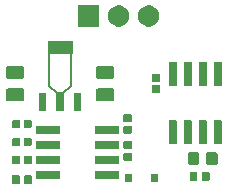
<source format=gbr>
G04 #@! TF.GenerationSoftware,KiCad,Pcbnew,(5.1.5)-3*
G04 #@! TF.CreationDate,2021-01-13T22:22:19-08:00*
G04 #@! TF.ProjectId,MoistureSensor,4d6f6973-7475-4726-9553-656e736f722e,rev?*
G04 #@! TF.SameCoordinates,Original*
G04 #@! TF.FileFunction,Soldermask,Top*
G04 #@! TF.FilePolarity,Negative*
%FSLAX46Y46*%
G04 Gerber Fmt 4.6, Leading zero omitted, Abs format (unit mm)*
G04 Created by KiCad (PCBNEW (5.1.5)-3) date 2021-01-13 22:22:19*
%MOMM*%
%LPD*%
G04 APERTURE LIST*
%ADD10C,0.152400*%
%ADD11C,0.100000*%
G04 APERTURE END LIST*
D10*
X135356600Y-68148200D02*
X135356600Y-68148200D01*
X135356600Y-68148200D02*
X134721600Y-67513200D01*
X134721600Y-67513200D02*
X134721600Y-63931800D01*
X134721600Y-63931800D02*
X136550400Y-63931800D01*
X136550400Y-63931800D02*
X136550400Y-67513200D01*
X136550400Y-67513200D02*
X135915400Y-68148200D01*
X135915400Y-68148200D02*
X135915400Y-68148200D01*
X135915400Y-68148200D02*
X135356600Y-68148200D01*
D11*
G36*
X133149497Y-75069476D02*
G01*
X133167774Y-75075020D01*
X133184608Y-75084018D01*
X133199368Y-75096132D01*
X133211482Y-75110892D01*
X133220480Y-75127726D01*
X133226024Y-75146003D01*
X133228500Y-75171140D01*
X133228500Y-75704860D01*
X133226024Y-75729997D01*
X133220480Y-75748274D01*
X133211482Y-75765108D01*
X133199368Y-75779868D01*
X133184608Y-75791982D01*
X133167774Y-75800980D01*
X133149497Y-75806524D01*
X133124360Y-75809000D01*
X132690640Y-75809000D01*
X132665503Y-75806524D01*
X132647226Y-75800980D01*
X132630392Y-75791982D01*
X132615632Y-75779868D01*
X132603518Y-75765108D01*
X132594520Y-75748274D01*
X132588976Y-75729997D01*
X132586500Y-75704860D01*
X132586500Y-75171140D01*
X132588976Y-75146003D01*
X132594520Y-75127726D01*
X132603518Y-75110892D01*
X132615632Y-75096132D01*
X132630392Y-75084018D01*
X132647226Y-75075020D01*
X132665503Y-75069476D01*
X132690640Y-75067000D01*
X133124360Y-75067000D01*
X133149497Y-75069476D01*
G37*
G36*
X132129497Y-75069476D02*
G01*
X132147774Y-75075020D01*
X132164608Y-75084018D01*
X132179368Y-75096132D01*
X132191482Y-75110892D01*
X132200480Y-75127726D01*
X132206024Y-75146003D01*
X132208500Y-75171140D01*
X132208500Y-75704860D01*
X132206024Y-75729997D01*
X132200480Y-75748274D01*
X132191482Y-75765108D01*
X132179368Y-75779868D01*
X132164608Y-75791982D01*
X132147774Y-75800980D01*
X132129497Y-75806524D01*
X132104360Y-75809000D01*
X131670640Y-75809000D01*
X131645503Y-75806524D01*
X131627226Y-75800980D01*
X131610392Y-75791982D01*
X131595632Y-75779868D01*
X131583518Y-75765108D01*
X131574520Y-75748274D01*
X131568976Y-75729997D01*
X131566500Y-75704860D01*
X131566500Y-75171140D01*
X131568976Y-75146003D01*
X131574520Y-75127726D01*
X131583518Y-75110892D01*
X131595632Y-75096132D01*
X131610392Y-75084018D01*
X131627226Y-75075020D01*
X131645503Y-75069476D01*
X131670640Y-75067000D01*
X132104360Y-75067000D01*
X132129497Y-75069476D01*
G37*
G36*
X143895000Y-75612000D02*
G01*
X143293000Y-75612000D01*
X143293000Y-75010000D01*
X143895000Y-75010000D01*
X143895000Y-75612000D01*
G37*
G36*
X141695000Y-75612000D02*
G01*
X141093000Y-75612000D01*
X141093000Y-75010000D01*
X141695000Y-75010000D01*
X141695000Y-75612000D01*
G37*
G36*
X148198997Y-74815476D02*
G01*
X148217274Y-74821020D01*
X148234108Y-74830018D01*
X148248868Y-74842132D01*
X148260982Y-74856892D01*
X148269980Y-74873726D01*
X148275524Y-74892003D01*
X148278000Y-74917140D01*
X148278000Y-75450860D01*
X148275524Y-75475997D01*
X148269980Y-75494274D01*
X148260982Y-75511108D01*
X148248868Y-75525868D01*
X148234108Y-75537982D01*
X148217274Y-75546980D01*
X148198997Y-75552524D01*
X148173860Y-75555000D01*
X147740140Y-75555000D01*
X147715003Y-75552524D01*
X147696726Y-75546980D01*
X147679892Y-75537982D01*
X147665132Y-75525868D01*
X147653018Y-75511108D01*
X147644020Y-75494274D01*
X147638476Y-75475997D01*
X147636000Y-75450860D01*
X147636000Y-74917140D01*
X147638476Y-74892003D01*
X147644020Y-74873726D01*
X147653018Y-74856892D01*
X147665132Y-74842132D01*
X147679892Y-74830018D01*
X147696726Y-74821020D01*
X147715003Y-74815476D01*
X147740140Y-74813000D01*
X148173860Y-74813000D01*
X148198997Y-74815476D01*
G37*
G36*
X147178997Y-74815476D02*
G01*
X147197274Y-74821020D01*
X147214108Y-74830018D01*
X147228868Y-74842132D01*
X147240982Y-74856892D01*
X147249980Y-74873726D01*
X147255524Y-74892003D01*
X147258000Y-74917140D01*
X147258000Y-75450860D01*
X147255524Y-75475997D01*
X147249980Y-75494274D01*
X147240982Y-75511108D01*
X147228868Y-75525868D01*
X147214108Y-75537982D01*
X147197274Y-75546980D01*
X147178997Y-75552524D01*
X147153860Y-75555000D01*
X146720140Y-75555000D01*
X146695003Y-75552524D01*
X146676726Y-75546980D01*
X146659892Y-75537982D01*
X146645132Y-75525868D01*
X146633018Y-75511108D01*
X146624020Y-75494274D01*
X146618476Y-75475997D01*
X146616000Y-75450860D01*
X146616000Y-74917140D01*
X146618476Y-74892003D01*
X146624020Y-74873726D01*
X146633018Y-74856892D01*
X146645132Y-74842132D01*
X146659892Y-74830018D01*
X146676726Y-74821020D01*
X146695003Y-74815476D01*
X146720140Y-74813000D01*
X147153860Y-74813000D01*
X147178997Y-74815476D01*
G37*
G36*
X135556428Y-74708764D02*
G01*
X135577509Y-74715160D01*
X135596945Y-74725548D01*
X135613976Y-74739524D01*
X135627952Y-74756555D01*
X135638340Y-74775991D01*
X135644736Y-74797072D01*
X135647500Y-74825140D01*
X135647500Y-75288860D01*
X135644736Y-75316928D01*
X135638340Y-75338009D01*
X135627952Y-75357445D01*
X135613976Y-75374476D01*
X135596945Y-75388452D01*
X135577509Y-75398840D01*
X135556428Y-75405236D01*
X135528360Y-75408000D01*
X133714640Y-75408000D01*
X133686572Y-75405236D01*
X133665491Y-75398840D01*
X133646055Y-75388452D01*
X133629024Y-75374476D01*
X133615048Y-75357445D01*
X133604660Y-75338009D01*
X133598264Y-75316928D01*
X133595500Y-75288860D01*
X133595500Y-74825140D01*
X133598264Y-74797072D01*
X133604660Y-74775991D01*
X133615048Y-74756555D01*
X133629024Y-74739524D01*
X133646055Y-74725548D01*
X133665491Y-74715160D01*
X133686572Y-74708764D01*
X133714640Y-74706000D01*
X135528360Y-74706000D01*
X135556428Y-74708764D01*
G37*
G36*
X140506428Y-74708764D02*
G01*
X140527509Y-74715160D01*
X140546945Y-74725548D01*
X140563976Y-74739524D01*
X140577952Y-74756555D01*
X140588340Y-74775991D01*
X140594736Y-74797072D01*
X140597500Y-74825140D01*
X140597500Y-75288860D01*
X140594736Y-75316928D01*
X140588340Y-75338009D01*
X140577952Y-75357445D01*
X140563976Y-75374476D01*
X140546945Y-75388452D01*
X140527509Y-75398840D01*
X140506428Y-75405236D01*
X140478360Y-75408000D01*
X138664640Y-75408000D01*
X138636572Y-75405236D01*
X138615491Y-75398840D01*
X138596055Y-75388452D01*
X138579024Y-75374476D01*
X138565048Y-75357445D01*
X138554660Y-75338009D01*
X138548264Y-75316928D01*
X138545500Y-75288860D01*
X138545500Y-74825140D01*
X138548264Y-74797072D01*
X138554660Y-74775991D01*
X138565048Y-74756555D01*
X138579024Y-74739524D01*
X138596055Y-74725548D01*
X138615491Y-74715160D01*
X138636572Y-74708764D01*
X138664640Y-74706000D01*
X140478360Y-74706000D01*
X140506428Y-74708764D01*
G37*
G36*
X148825560Y-73138205D02*
G01*
X148860713Y-73148869D01*
X148893110Y-73166186D01*
X148921509Y-73189491D01*
X148944814Y-73217890D01*
X148962131Y-73250287D01*
X148972795Y-73285440D01*
X148977000Y-73328140D01*
X148977000Y-73991860D01*
X148972795Y-74034560D01*
X148962131Y-74069713D01*
X148944814Y-74102110D01*
X148921509Y-74130509D01*
X148893110Y-74153814D01*
X148860713Y-74171131D01*
X148825560Y-74181795D01*
X148782860Y-74186000D01*
X148169140Y-74186000D01*
X148126440Y-74181795D01*
X148091287Y-74171131D01*
X148058890Y-74153814D01*
X148030491Y-74130509D01*
X148007186Y-74102110D01*
X147989869Y-74069713D01*
X147979205Y-74034560D01*
X147975000Y-73991860D01*
X147975000Y-73328140D01*
X147979205Y-73285440D01*
X147989869Y-73250287D01*
X148007186Y-73217890D01*
X148030491Y-73189491D01*
X148058890Y-73166186D01*
X148091287Y-73148869D01*
X148126440Y-73138205D01*
X148169140Y-73134000D01*
X148782860Y-73134000D01*
X148825560Y-73138205D01*
G37*
G36*
X147275560Y-73138205D02*
G01*
X147310713Y-73148869D01*
X147343110Y-73166186D01*
X147371509Y-73189491D01*
X147394814Y-73217890D01*
X147412131Y-73250287D01*
X147422795Y-73285440D01*
X147427000Y-73328140D01*
X147427000Y-73991860D01*
X147422795Y-74034560D01*
X147412131Y-74069713D01*
X147394814Y-74102110D01*
X147371509Y-74130509D01*
X147343110Y-74153814D01*
X147310713Y-74171131D01*
X147275560Y-74181795D01*
X147232860Y-74186000D01*
X146619140Y-74186000D01*
X146576440Y-74181795D01*
X146541287Y-74171131D01*
X146508890Y-74153814D01*
X146480491Y-74130509D01*
X146457186Y-74102110D01*
X146439869Y-74069713D01*
X146429205Y-74034560D01*
X146425000Y-73991860D01*
X146425000Y-73328140D01*
X146429205Y-73285440D01*
X146439869Y-73250287D01*
X146457186Y-73217890D01*
X146480491Y-73189491D01*
X146508890Y-73166186D01*
X146541287Y-73148869D01*
X146576440Y-73138205D01*
X146619140Y-73134000D01*
X147232860Y-73134000D01*
X147275560Y-73138205D01*
G37*
G36*
X133149497Y-73418476D02*
G01*
X133167774Y-73424020D01*
X133184608Y-73433018D01*
X133199368Y-73445132D01*
X133211482Y-73459892D01*
X133220480Y-73476726D01*
X133226024Y-73495003D01*
X133228500Y-73520140D01*
X133228500Y-74053860D01*
X133226024Y-74078997D01*
X133220480Y-74097274D01*
X133211482Y-74114108D01*
X133199368Y-74128868D01*
X133184608Y-74140982D01*
X133167774Y-74149980D01*
X133149497Y-74155524D01*
X133124360Y-74158000D01*
X132690640Y-74158000D01*
X132665503Y-74155524D01*
X132647226Y-74149980D01*
X132630392Y-74140982D01*
X132615632Y-74128868D01*
X132603518Y-74114108D01*
X132594520Y-74097274D01*
X132588976Y-74078997D01*
X132586500Y-74053860D01*
X132586500Y-73520140D01*
X132588976Y-73495003D01*
X132594520Y-73476726D01*
X132603518Y-73459892D01*
X132615632Y-73445132D01*
X132630392Y-73433018D01*
X132647226Y-73424020D01*
X132665503Y-73418476D01*
X132690640Y-73416000D01*
X133124360Y-73416000D01*
X133149497Y-73418476D01*
G37*
G36*
X132129497Y-73418476D02*
G01*
X132147774Y-73424020D01*
X132164608Y-73433018D01*
X132179368Y-73445132D01*
X132191482Y-73459892D01*
X132200480Y-73476726D01*
X132206024Y-73495003D01*
X132208500Y-73520140D01*
X132208500Y-74053860D01*
X132206024Y-74078997D01*
X132200480Y-74097274D01*
X132191482Y-74114108D01*
X132179368Y-74128868D01*
X132164608Y-74140982D01*
X132147774Y-74149980D01*
X132129497Y-74155524D01*
X132104360Y-74158000D01*
X131670640Y-74158000D01*
X131645503Y-74155524D01*
X131627226Y-74149980D01*
X131610392Y-74140982D01*
X131595632Y-74128868D01*
X131583518Y-74114108D01*
X131574520Y-74097274D01*
X131568976Y-74078997D01*
X131566500Y-74053860D01*
X131566500Y-73520140D01*
X131568976Y-73495003D01*
X131574520Y-73476726D01*
X131583518Y-73459892D01*
X131595632Y-73445132D01*
X131610392Y-73433018D01*
X131627226Y-73424020D01*
X131645503Y-73418476D01*
X131670640Y-73416000D01*
X132104360Y-73416000D01*
X132129497Y-73418476D01*
G37*
G36*
X135556428Y-73438764D02*
G01*
X135577509Y-73445160D01*
X135596945Y-73455548D01*
X135613976Y-73469524D01*
X135627952Y-73486555D01*
X135638340Y-73505991D01*
X135644736Y-73527072D01*
X135647500Y-73555140D01*
X135647500Y-74018860D01*
X135644736Y-74046928D01*
X135638340Y-74068009D01*
X135627952Y-74087445D01*
X135613976Y-74104476D01*
X135596945Y-74118452D01*
X135577509Y-74128840D01*
X135556428Y-74135236D01*
X135528360Y-74138000D01*
X133714640Y-74138000D01*
X133686572Y-74135236D01*
X133665491Y-74128840D01*
X133646055Y-74118452D01*
X133629024Y-74104476D01*
X133615048Y-74087445D01*
X133604660Y-74068009D01*
X133598264Y-74046928D01*
X133595500Y-74018860D01*
X133595500Y-73555140D01*
X133598264Y-73527072D01*
X133604660Y-73505991D01*
X133615048Y-73486555D01*
X133629024Y-73469524D01*
X133646055Y-73455548D01*
X133665491Y-73445160D01*
X133686572Y-73438764D01*
X133714640Y-73436000D01*
X135528360Y-73436000D01*
X135556428Y-73438764D01*
G37*
G36*
X140506428Y-73438764D02*
G01*
X140527509Y-73445160D01*
X140546945Y-73455548D01*
X140563976Y-73469524D01*
X140577952Y-73486555D01*
X140588340Y-73505991D01*
X140594736Y-73527072D01*
X140597500Y-73555140D01*
X140597500Y-74018860D01*
X140594736Y-74046928D01*
X140588340Y-74068009D01*
X140577952Y-74087445D01*
X140563976Y-74104476D01*
X140546945Y-74118452D01*
X140527509Y-74128840D01*
X140506428Y-74135236D01*
X140478360Y-74138000D01*
X138664640Y-74138000D01*
X138636572Y-74135236D01*
X138615491Y-74128840D01*
X138596055Y-74118452D01*
X138579024Y-74104476D01*
X138565048Y-74087445D01*
X138554660Y-74068009D01*
X138548264Y-74046928D01*
X138545500Y-74018860D01*
X138545500Y-73555140D01*
X138548264Y-73527072D01*
X138554660Y-73505991D01*
X138565048Y-73486555D01*
X138579024Y-73469524D01*
X138596055Y-73455548D01*
X138615491Y-73445160D01*
X138636572Y-73438764D01*
X138664640Y-73436000D01*
X140478360Y-73436000D01*
X140506428Y-73438764D01*
G37*
G36*
X141642997Y-73216476D02*
G01*
X141661274Y-73222020D01*
X141678108Y-73231018D01*
X141692868Y-73243132D01*
X141704982Y-73257892D01*
X141713980Y-73274726D01*
X141719524Y-73293003D01*
X141722000Y-73318140D01*
X141722000Y-73751860D01*
X141719524Y-73776997D01*
X141713980Y-73795274D01*
X141704982Y-73812108D01*
X141692868Y-73826868D01*
X141678108Y-73838982D01*
X141661274Y-73847980D01*
X141642997Y-73853524D01*
X141617860Y-73856000D01*
X141084140Y-73856000D01*
X141059003Y-73853524D01*
X141040726Y-73847980D01*
X141023892Y-73838982D01*
X141009132Y-73826868D01*
X140997018Y-73812108D01*
X140988020Y-73795274D01*
X140982476Y-73776997D01*
X140980000Y-73751860D01*
X140980000Y-73318140D01*
X140982476Y-73293003D01*
X140988020Y-73274726D01*
X140997018Y-73257892D01*
X141009132Y-73243132D01*
X141023892Y-73231018D01*
X141040726Y-73222020D01*
X141059003Y-73216476D01*
X141084140Y-73214000D01*
X141617860Y-73214000D01*
X141642997Y-73216476D01*
G37*
G36*
X140506428Y-72168764D02*
G01*
X140527509Y-72175160D01*
X140546945Y-72185548D01*
X140563976Y-72199524D01*
X140577952Y-72216555D01*
X140588340Y-72235991D01*
X140594736Y-72257072D01*
X140597500Y-72285140D01*
X140597500Y-72748860D01*
X140594736Y-72776928D01*
X140588340Y-72798009D01*
X140577952Y-72817445D01*
X140563976Y-72834476D01*
X140546945Y-72848452D01*
X140527509Y-72858840D01*
X140506428Y-72865236D01*
X140478360Y-72868000D01*
X138664640Y-72868000D01*
X138636572Y-72865236D01*
X138615491Y-72858840D01*
X138596055Y-72848452D01*
X138579024Y-72834476D01*
X138565048Y-72817445D01*
X138554660Y-72798009D01*
X138548264Y-72776928D01*
X138545500Y-72748860D01*
X138545500Y-72285140D01*
X138548264Y-72257072D01*
X138554660Y-72235991D01*
X138565048Y-72216555D01*
X138579024Y-72199524D01*
X138596055Y-72185548D01*
X138615491Y-72175160D01*
X138636572Y-72168764D01*
X138664640Y-72166000D01*
X140478360Y-72166000D01*
X140506428Y-72168764D01*
G37*
G36*
X135556428Y-72168764D02*
G01*
X135577509Y-72175160D01*
X135596945Y-72185548D01*
X135613976Y-72199524D01*
X135627952Y-72216555D01*
X135638340Y-72235991D01*
X135644736Y-72257072D01*
X135647500Y-72285140D01*
X135647500Y-72748860D01*
X135644736Y-72776928D01*
X135638340Y-72798009D01*
X135627952Y-72817445D01*
X135613976Y-72834476D01*
X135596945Y-72848452D01*
X135577509Y-72858840D01*
X135556428Y-72865236D01*
X135528360Y-72868000D01*
X133714640Y-72868000D01*
X133686572Y-72865236D01*
X133665491Y-72858840D01*
X133646055Y-72848452D01*
X133629024Y-72834476D01*
X133615048Y-72817445D01*
X133604660Y-72798009D01*
X133598264Y-72776928D01*
X133595500Y-72748860D01*
X133595500Y-72285140D01*
X133598264Y-72257072D01*
X133604660Y-72235991D01*
X133615048Y-72216555D01*
X133629024Y-72199524D01*
X133646055Y-72185548D01*
X133665491Y-72175160D01*
X133686572Y-72168764D01*
X133714640Y-72166000D01*
X135528360Y-72166000D01*
X135556428Y-72168764D01*
G37*
G36*
X141642997Y-72196476D02*
G01*
X141661274Y-72202020D01*
X141678108Y-72211018D01*
X141692868Y-72223132D01*
X141704982Y-72237892D01*
X141713980Y-72254726D01*
X141719524Y-72273003D01*
X141722000Y-72298140D01*
X141722000Y-72731860D01*
X141719524Y-72756997D01*
X141713980Y-72775274D01*
X141704982Y-72792108D01*
X141692868Y-72806868D01*
X141678108Y-72818982D01*
X141661274Y-72827980D01*
X141642997Y-72833524D01*
X141617860Y-72836000D01*
X141084140Y-72836000D01*
X141059003Y-72833524D01*
X141040726Y-72827980D01*
X141023892Y-72818982D01*
X141009132Y-72806868D01*
X140997018Y-72792108D01*
X140988020Y-72775274D01*
X140982476Y-72756997D01*
X140980000Y-72731860D01*
X140980000Y-72298140D01*
X140982476Y-72273003D01*
X140988020Y-72254726D01*
X140997018Y-72237892D01*
X141009132Y-72223132D01*
X141023892Y-72211018D01*
X141040726Y-72202020D01*
X141059003Y-72196476D01*
X141084140Y-72194000D01*
X141617860Y-72194000D01*
X141642997Y-72196476D01*
G37*
G36*
X132165476Y-71904572D02*
G01*
X132184681Y-71910398D01*
X132202393Y-71919865D01*
X132217905Y-71932595D01*
X132230635Y-71948107D01*
X132240102Y-71965819D01*
X132245928Y-71985024D01*
X132248500Y-72011140D01*
X132248500Y-72514860D01*
X132245928Y-72540976D01*
X132240102Y-72560181D01*
X132230635Y-72577893D01*
X132217905Y-72593405D01*
X132202393Y-72606135D01*
X132184681Y-72615602D01*
X132165476Y-72621428D01*
X132139360Y-72624000D01*
X131695640Y-72624000D01*
X131669524Y-72621428D01*
X131650319Y-72615602D01*
X131632607Y-72606135D01*
X131617095Y-72593405D01*
X131604365Y-72577893D01*
X131594898Y-72560181D01*
X131589072Y-72540976D01*
X131586500Y-72514860D01*
X131586500Y-72011140D01*
X131589072Y-71985024D01*
X131594898Y-71965819D01*
X131604365Y-71948107D01*
X131617095Y-71932595D01*
X131632607Y-71919865D01*
X131650319Y-71910398D01*
X131669524Y-71904572D01*
X131695640Y-71902000D01*
X132139360Y-71902000D01*
X132165476Y-71904572D01*
G37*
G36*
X133125476Y-71904572D02*
G01*
X133144681Y-71910398D01*
X133162393Y-71919865D01*
X133177905Y-71932595D01*
X133190635Y-71948107D01*
X133200102Y-71965819D01*
X133205928Y-71985024D01*
X133208500Y-72011140D01*
X133208500Y-72514860D01*
X133205928Y-72540976D01*
X133200102Y-72560181D01*
X133190635Y-72577893D01*
X133177905Y-72593405D01*
X133162393Y-72606135D01*
X133144681Y-72615602D01*
X133125476Y-72621428D01*
X133099360Y-72624000D01*
X132655640Y-72624000D01*
X132629524Y-72621428D01*
X132610319Y-72615602D01*
X132592607Y-72606135D01*
X132577095Y-72593405D01*
X132564365Y-72577893D01*
X132554898Y-72560181D01*
X132549072Y-72540976D01*
X132546500Y-72514860D01*
X132546500Y-72011140D01*
X132549072Y-71985024D01*
X132554898Y-71965819D01*
X132564365Y-71948107D01*
X132577095Y-71932595D01*
X132592607Y-71919865D01*
X132610319Y-71910398D01*
X132629524Y-71904572D01*
X132655640Y-71902000D01*
X133099360Y-71902000D01*
X133125476Y-71904572D01*
G37*
G36*
X145420928Y-70412764D02*
G01*
X145442009Y-70419160D01*
X145461445Y-70429548D01*
X145478476Y-70443524D01*
X145492452Y-70460555D01*
X145502840Y-70479991D01*
X145509236Y-70501072D01*
X145512000Y-70529140D01*
X145512000Y-72342860D01*
X145509236Y-72370928D01*
X145502840Y-72392009D01*
X145492452Y-72411445D01*
X145478476Y-72428476D01*
X145461445Y-72442452D01*
X145442009Y-72452840D01*
X145420928Y-72459236D01*
X145392860Y-72462000D01*
X144929140Y-72462000D01*
X144901072Y-72459236D01*
X144879991Y-72452840D01*
X144860555Y-72442452D01*
X144843524Y-72428476D01*
X144829548Y-72411445D01*
X144819160Y-72392009D01*
X144812764Y-72370928D01*
X144810000Y-72342860D01*
X144810000Y-70529140D01*
X144812764Y-70501072D01*
X144819160Y-70479991D01*
X144829548Y-70460555D01*
X144843524Y-70443524D01*
X144860555Y-70429548D01*
X144879991Y-70419160D01*
X144901072Y-70412764D01*
X144929140Y-70410000D01*
X145392860Y-70410000D01*
X145420928Y-70412764D01*
G37*
G36*
X146690928Y-70412764D02*
G01*
X146712009Y-70419160D01*
X146731445Y-70429548D01*
X146748476Y-70443524D01*
X146762452Y-70460555D01*
X146772840Y-70479991D01*
X146779236Y-70501072D01*
X146782000Y-70529140D01*
X146782000Y-72342860D01*
X146779236Y-72370928D01*
X146772840Y-72392009D01*
X146762452Y-72411445D01*
X146748476Y-72428476D01*
X146731445Y-72442452D01*
X146712009Y-72452840D01*
X146690928Y-72459236D01*
X146662860Y-72462000D01*
X146199140Y-72462000D01*
X146171072Y-72459236D01*
X146149991Y-72452840D01*
X146130555Y-72442452D01*
X146113524Y-72428476D01*
X146099548Y-72411445D01*
X146089160Y-72392009D01*
X146082764Y-72370928D01*
X146080000Y-72342860D01*
X146080000Y-70529140D01*
X146082764Y-70501072D01*
X146089160Y-70479991D01*
X146099548Y-70460555D01*
X146113524Y-70443524D01*
X146130555Y-70429548D01*
X146149991Y-70419160D01*
X146171072Y-70412764D01*
X146199140Y-70410000D01*
X146662860Y-70410000D01*
X146690928Y-70412764D01*
G37*
G36*
X149230928Y-70412764D02*
G01*
X149252009Y-70419160D01*
X149271445Y-70429548D01*
X149288476Y-70443524D01*
X149302452Y-70460555D01*
X149312840Y-70479991D01*
X149319236Y-70501072D01*
X149322000Y-70529140D01*
X149322000Y-72342860D01*
X149319236Y-72370928D01*
X149312840Y-72392009D01*
X149302452Y-72411445D01*
X149288476Y-72428476D01*
X149271445Y-72442452D01*
X149252009Y-72452840D01*
X149230928Y-72459236D01*
X149202860Y-72462000D01*
X148739140Y-72462000D01*
X148711072Y-72459236D01*
X148689991Y-72452840D01*
X148670555Y-72442452D01*
X148653524Y-72428476D01*
X148639548Y-72411445D01*
X148629160Y-72392009D01*
X148622764Y-72370928D01*
X148620000Y-72342860D01*
X148620000Y-70529140D01*
X148622764Y-70501072D01*
X148629160Y-70479991D01*
X148639548Y-70460555D01*
X148653524Y-70443524D01*
X148670555Y-70429548D01*
X148689991Y-70419160D01*
X148711072Y-70412764D01*
X148739140Y-70410000D01*
X149202860Y-70410000D01*
X149230928Y-70412764D01*
G37*
G36*
X147960928Y-70412764D02*
G01*
X147982009Y-70419160D01*
X148001445Y-70429548D01*
X148018476Y-70443524D01*
X148032452Y-70460555D01*
X148042840Y-70479991D01*
X148049236Y-70501072D01*
X148052000Y-70529140D01*
X148052000Y-72342860D01*
X148049236Y-72370928D01*
X148042840Y-72392009D01*
X148032452Y-72411445D01*
X148018476Y-72428476D01*
X148001445Y-72442452D01*
X147982009Y-72452840D01*
X147960928Y-72459236D01*
X147932860Y-72462000D01*
X147469140Y-72462000D01*
X147441072Y-72459236D01*
X147419991Y-72452840D01*
X147400555Y-72442452D01*
X147383524Y-72428476D01*
X147369548Y-72411445D01*
X147359160Y-72392009D01*
X147352764Y-72370928D01*
X147350000Y-72342860D01*
X147350000Y-70529140D01*
X147352764Y-70501072D01*
X147359160Y-70479991D01*
X147369548Y-70460555D01*
X147383524Y-70443524D01*
X147400555Y-70429548D01*
X147419991Y-70419160D01*
X147441072Y-70412764D01*
X147469140Y-70410000D01*
X147932860Y-70410000D01*
X147960928Y-70412764D01*
G37*
G36*
X140506428Y-70898764D02*
G01*
X140527509Y-70905160D01*
X140546945Y-70915548D01*
X140563976Y-70929524D01*
X140577952Y-70946555D01*
X140588340Y-70965991D01*
X140594736Y-70987072D01*
X140597500Y-71015140D01*
X140597500Y-71478860D01*
X140594736Y-71506928D01*
X140588340Y-71528009D01*
X140577952Y-71547445D01*
X140563976Y-71564476D01*
X140546945Y-71578452D01*
X140527509Y-71588840D01*
X140506428Y-71595236D01*
X140478360Y-71598000D01*
X138664640Y-71598000D01*
X138636572Y-71595236D01*
X138615491Y-71588840D01*
X138596055Y-71578452D01*
X138579024Y-71564476D01*
X138565048Y-71547445D01*
X138554660Y-71528009D01*
X138548264Y-71506928D01*
X138545500Y-71478860D01*
X138545500Y-71015140D01*
X138548264Y-70987072D01*
X138554660Y-70965991D01*
X138565048Y-70946555D01*
X138579024Y-70929524D01*
X138596055Y-70915548D01*
X138615491Y-70905160D01*
X138636572Y-70898764D01*
X138664640Y-70896000D01*
X140478360Y-70896000D01*
X140506428Y-70898764D01*
G37*
G36*
X135556428Y-70898764D02*
G01*
X135577509Y-70905160D01*
X135596945Y-70915548D01*
X135613976Y-70929524D01*
X135627952Y-70946555D01*
X135638340Y-70965991D01*
X135644736Y-70987072D01*
X135647500Y-71015140D01*
X135647500Y-71478860D01*
X135644736Y-71506928D01*
X135638340Y-71528009D01*
X135627952Y-71547445D01*
X135613976Y-71564476D01*
X135596945Y-71578452D01*
X135577509Y-71588840D01*
X135556428Y-71595236D01*
X135528360Y-71598000D01*
X133714640Y-71598000D01*
X133686572Y-71595236D01*
X133665491Y-71588840D01*
X133646055Y-71578452D01*
X133629024Y-71564476D01*
X133615048Y-71547445D01*
X133604660Y-71528009D01*
X133598264Y-71506928D01*
X133595500Y-71478860D01*
X133595500Y-71015140D01*
X133598264Y-70987072D01*
X133604660Y-70965991D01*
X133615048Y-70946555D01*
X133629024Y-70929524D01*
X133646055Y-70915548D01*
X133665491Y-70905160D01*
X133686572Y-70898764D01*
X133714640Y-70896000D01*
X135528360Y-70896000D01*
X135556428Y-70898764D01*
G37*
G36*
X141628976Y-70890572D02*
G01*
X141648181Y-70896398D01*
X141665893Y-70905865D01*
X141681405Y-70918595D01*
X141694135Y-70934107D01*
X141703602Y-70951819D01*
X141709428Y-70971024D01*
X141712000Y-70997140D01*
X141712000Y-71440860D01*
X141709428Y-71466976D01*
X141703602Y-71486181D01*
X141694135Y-71503893D01*
X141681405Y-71519405D01*
X141665893Y-71532135D01*
X141648181Y-71541602D01*
X141628976Y-71547428D01*
X141602860Y-71550000D01*
X141099140Y-71550000D01*
X141073024Y-71547428D01*
X141053819Y-71541602D01*
X141036107Y-71532135D01*
X141020595Y-71519405D01*
X141007865Y-71503893D01*
X140998398Y-71486181D01*
X140992572Y-71466976D01*
X140990000Y-71440860D01*
X140990000Y-70997140D01*
X140992572Y-70971024D01*
X140998398Y-70951819D01*
X141007865Y-70934107D01*
X141020595Y-70918595D01*
X141036107Y-70905865D01*
X141053819Y-70896398D01*
X141073024Y-70890572D01*
X141099140Y-70888000D01*
X141602860Y-70888000D01*
X141628976Y-70890572D01*
G37*
G36*
X132165476Y-70380572D02*
G01*
X132184681Y-70386398D01*
X132202393Y-70395865D01*
X132217905Y-70408595D01*
X132230635Y-70424107D01*
X132240102Y-70441819D01*
X132245928Y-70461024D01*
X132248500Y-70487140D01*
X132248500Y-70990860D01*
X132245928Y-71016976D01*
X132240102Y-71036181D01*
X132230635Y-71053893D01*
X132217905Y-71069405D01*
X132202393Y-71082135D01*
X132184681Y-71091602D01*
X132165476Y-71097428D01*
X132139360Y-71100000D01*
X131695640Y-71100000D01*
X131669524Y-71097428D01*
X131650319Y-71091602D01*
X131632607Y-71082135D01*
X131617095Y-71069405D01*
X131604365Y-71053893D01*
X131594898Y-71036181D01*
X131589072Y-71016976D01*
X131586500Y-70990860D01*
X131586500Y-70487140D01*
X131589072Y-70461024D01*
X131594898Y-70441819D01*
X131604365Y-70424107D01*
X131617095Y-70408595D01*
X131632607Y-70395865D01*
X131650319Y-70386398D01*
X131669524Y-70380572D01*
X131695640Y-70378000D01*
X132139360Y-70378000D01*
X132165476Y-70380572D01*
G37*
G36*
X133125476Y-70380572D02*
G01*
X133144681Y-70386398D01*
X133162393Y-70395865D01*
X133177905Y-70408595D01*
X133190635Y-70424107D01*
X133200102Y-70441819D01*
X133205928Y-70461024D01*
X133208500Y-70487140D01*
X133208500Y-70990860D01*
X133205928Y-71016976D01*
X133200102Y-71036181D01*
X133190635Y-71053893D01*
X133177905Y-71069405D01*
X133162393Y-71082135D01*
X133144681Y-71091602D01*
X133125476Y-71097428D01*
X133099360Y-71100000D01*
X132655640Y-71100000D01*
X132629524Y-71097428D01*
X132610319Y-71091602D01*
X132592607Y-71082135D01*
X132577095Y-71069405D01*
X132564365Y-71053893D01*
X132554898Y-71036181D01*
X132549072Y-71016976D01*
X132546500Y-70990860D01*
X132546500Y-70487140D01*
X132549072Y-70461024D01*
X132554898Y-70441819D01*
X132564365Y-70424107D01*
X132577095Y-70408595D01*
X132592607Y-70395865D01*
X132610319Y-70386398D01*
X132629524Y-70380572D01*
X132655640Y-70378000D01*
X133099360Y-70378000D01*
X133125476Y-70380572D01*
G37*
G36*
X141628976Y-69930572D02*
G01*
X141648181Y-69936398D01*
X141665893Y-69945865D01*
X141681405Y-69958595D01*
X141694135Y-69974107D01*
X141703602Y-69991819D01*
X141709428Y-70011024D01*
X141712000Y-70037140D01*
X141712000Y-70480860D01*
X141709428Y-70506976D01*
X141703602Y-70526181D01*
X141694135Y-70543893D01*
X141681405Y-70559405D01*
X141665893Y-70572135D01*
X141648181Y-70581602D01*
X141628976Y-70587428D01*
X141602860Y-70590000D01*
X141099140Y-70590000D01*
X141073024Y-70587428D01*
X141053819Y-70581602D01*
X141036107Y-70572135D01*
X141020595Y-70559405D01*
X141007865Y-70543893D01*
X140998398Y-70526181D01*
X140992572Y-70506976D01*
X140990000Y-70480860D01*
X140990000Y-70037140D01*
X140992572Y-70011024D01*
X140998398Y-69991819D01*
X141007865Y-69974107D01*
X141020595Y-69958595D01*
X141036107Y-69945865D01*
X141053819Y-69936398D01*
X141073024Y-69930572D01*
X141099140Y-69928000D01*
X141602860Y-69928000D01*
X141628976Y-69930572D01*
G37*
G36*
X137426900Y-69596200D02*
G01*
X136842300Y-69596200D01*
X136842300Y-68097200D01*
X137426900Y-68097200D01*
X137426900Y-69596200D01*
G37*
G36*
X135966400Y-69596200D02*
G01*
X135305600Y-69596200D01*
X135305600Y-68097200D01*
X135966400Y-68097200D01*
X135966400Y-69596200D01*
G37*
G36*
X134429700Y-69596200D02*
G01*
X133845100Y-69596200D01*
X133845100Y-68097200D01*
X134429700Y-68097200D01*
X134429700Y-69596200D01*
G37*
G36*
X140050434Y-67713686D02*
G01*
X140090284Y-67725774D01*
X140126999Y-67745399D01*
X140159186Y-67771814D01*
X140185601Y-67804001D01*
X140205226Y-67840716D01*
X140217314Y-67880566D01*
X140222000Y-67928141D01*
X140222000Y-68591859D01*
X140217314Y-68639434D01*
X140205226Y-68679284D01*
X140185601Y-68715999D01*
X140159186Y-68748186D01*
X140126999Y-68774601D01*
X140090284Y-68794226D01*
X140050434Y-68806314D01*
X140002859Y-68811000D01*
X138889141Y-68811000D01*
X138841566Y-68806314D01*
X138801716Y-68794226D01*
X138765001Y-68774601D01*
X138732814Y-68748186D01*
X138706399Y-68715999D01*
X138686774Y-68679284D01*
X138674686Y-68639434D01*
X138670000Y-68591859D01*
X138670000Y-67928141D01*
X138674686Y-67880566D01*
X138686774Y-67840716D01*
X138706399Y-67804001D01*
X138732814Y-67771814D01*
X138765001Y-67745399D01*
X138801716Y-67725774D01*
X138841566Y-67713686D01*
X138889141Y-67709000D01*
X140002859Y-67709000D01*
X140050434Y-67713686D01*
G37*
G36*
X132430434Y-67713686D02*
G01*
X132470284Y-67725774D01*
X132506999Y-67745399D01*
X132539186Y-67771814D01*
X132565601Y-67804001D01*
X132585226Y-67840716D01*
X132597314Y-67880566D01*
X132602000Y-67928141D01*
X132602000Y-68591859D01*
X132597314Y-68639434D01*
X132585226Y-68679284D01*
X132565601Y-68715999D01*
X132539186Y-68748186D01*
X132506999Y-68774601D01*
X132470284Y-68794226D01*
X132430434Y-68806314D01*
X132382859Y-68811000D01*
X131269141Y-68811000D01*
X131221566Y-68806314D01*
X131181716Y-68794226D01*
X131145001Y-68774601D01*
X131112814Y-68748186D01*
X131086399Y-68715999D01*
X131066774Y-68679284D01*
X131054686Y-68639434D01*
X131050000Y-68591859D01*
X131050000Y-67928141D01*
X131054686Y-67880566D01*
X131066774Y-67840716D01*
X131086399Y-67804001D01*
X131112814Y-67771814D01*
X131145001Y-67745399D01*
X131181716Y-67725774D01*
X131221566Y-67713686D01*
X131269141Y-67709000D01*
X132382859Y-67709000D01*
X132430434Y-67713686D01*
G37*
G36*
X144041976Y-67461572D02*
G01*
X144061181Y-67467398D01*
X144078893Y-67476865D01*
X144094405Y-67489595D01*
X144107135Y-67505107D01*
X144116602Y-67522819D01*
X144122428Y-67542024D01*
X144125000Y-67568140D01*
X144125000Y-68011860D01*
X144122428Y-68037976D01*
X144116602Y-68057181D01*
X144107135Y-68074893D01*
X144094405Y-68090405D01*
X144078893Y-68103135D01*
X144061181Y-68112602D01*
X144041976Y-68118428D01*
X144015860Y-68121000D01*
X143512140Y-68121000D01*
X143486024Y-68118428D01*
X143466819Y-68112602D01*
X143449107Y-68103135D01*
X143433595Y-68090405D01*
X143420865Y-68074893D01*
X143411398Y-68057181D01*
X143405572Y-68037976D01*
X143403000Y-68011860D01*
X143403000Y-67568140D01*
X143405572Y-67542024D01*
X143411398Y-67522819D01*
X143420865Y-67505107D01*
X143433595Y-67489595D01*
X143449107Y-67476865D01*
X143466819Y-67467398D01*
X143486024Y-67461572D01*
X143512140Y-67459000D01*
X144015860Y-67459000D01*
X144041976Y-67461572D01*
G37*
G36*
X146690928Y-65462764D02*
G01*
X146712009Y-65469160D01*
X146731445Y-65479548D01*
X146748476Y-65493524D01*
X146762452Y-65510555D01*
X146772840Y-65529991D01*
X146779236Y-65551072D01*
X146782000Y-65579140D01*
X146782000Y-67392860D01*
X146779236Y-67420928D01*
X146772840Y-67442009D01*
X146762452Y-67461445D01*
X146748476Y-67478476D01*
X146731445Y-67492452D01*
X146712009Y-67502840D01*
X146690928Y-67509236D01*
X146662860Y-67512000D01*
X146199140Y-67512000D01*
X146171072Y-67509236D01*
X146149991Y-67502840D01*
X146130555Y-67492452D01*
X146113524Y-67478476D01*
X146099548Y-67461445D01*
X146089160Y-67442009D01*
X146082764Y-67420928D01*
X146080000Y-67392860D01*
X146080000Y-65579140D01*
X146082764Y-65551072D01*
X146089160Y-65529991D01*
X146099548Y-65510555D01*
X146113524Y-65493524D01*
X146130555Y-65479548D01*
X146149991Y-65469160D01*
X146171072Y-65462764D01*
X146199140Y-65460000D01*
X146662860Y-65460000D01*
X146690928Y-65462764D01*
G37*
G36*
X149230928Y-65462764D02*
G01*
X149252009Y-65469160D01*
X149271445Y-65479548D01*
X149288476Y-65493524D01*
X149302452Y-65510555D01*
X149312840Y-65529991D01*
X149319236Y-65551072D01*
X149322000Y-65579140D01*
X149322000Y-67392860D01*
X149319236Y-67420928D01*
X149312840Y-67442009D01*
X149302452Y-67461445D01*
X149288476Y-67478476D01*
X149271445Y-67492452D01*
X149252009Y-67502840D01*
X149230928Y-67509236D01*
X149202860Y-67512000D01*
X148739140Y-67512000D01*
X148711072Y-67509236D01*
X148689991Y-67502840D01*
X148670555Y-67492452D01*
X148653524Y-67478476D01*
X148639548Y-67461445D01*
X148629160Y-67442009D01*
X148622764Y-67420928D01*
X148620000Y-67392860D01*
X148620000Y-65579140D01*
X148622764Y-65551072D01*
X148629160Y-65529991D01*
X148639548Y-65510555D01*
X148653524Y-65493524D01*
X148670555Y-65479548D01*
X148689991Y-65469160D01*
X148711072Y-65462764D01*
X148739140Y-65460000D01*
X149202860Y-65460000D01*
X149230928Y-65462764D01*
G37*
G36*
X147960928Y-65462764D02*
G01*
X147982009Y-65469160D01*
X148001445Y-65479548D01*
X148018476Y-65493524D01*
X148032452Y-65510555D01*
X148042840Y-65529991D01*
X148049236Y-65551072D01*
X148052000Y-65579140D01*
X148052000Y-67392860D01*
X148049236Y-67420928D01*
X148042840Y-67442009D01*
X148032452Y-67461445D01*
X148018476Y-67478476D01*
X148001445Y-67492452D01*
X147982009Y-67502840D01*
X147960928Y-67509236D01*
X147932860Y-67512000D01*
X147469140Y-67512000D01*
X147441072Y-67509236D01*
X147419991Y-67502840D01*
X147400555Y-67492452D01*
X147383524Y-67478476D01*
X147369548Y-67461445D01*
X147359160Y-67442009D01*
X147352764Y-67420928D01*
X147350000Y-67392860D01*
X147350000Y-65579140D01*
X147352764Y-65551072D01*
X147359160Y-65529991D01*
X147369548Y-65510555D01*
X147383524Y-65493524D01*
X147400555Y-65479548D01*
X147419991Y-65469160D01*
X147441072Y-65462764D01*
X147469140Y-65460000D01*
X147932860Y-65460000D01*
X147960928Y-65462764D01*
G37*
G36*
X145420928Y-65462764D02*
G01*
X145442009Y-65469160D01*
X145461445Y-65479548D01*
X145478476Y-65493524D01*
X145492452Y-65510555D01*
X145502840Y-65529991D01*
X145509236Y-65551072D01*
X145512000Y-65579140D01*
X145512000Y-67392860D01*
X145509236Y-67420928D01*
X145502840Y-67442009D01*
X145492452Y-67461445D01*
X145478476Y-67478476D01*
X145461445Y-67492452D01*
X145442009Y-67502840D01*
X145420928Y-67509236D01*
X145392860Y-67512000D01*
X144929140Y-67512000D01*
X144901072Y-67509236D01*
X144879991Y-67502840D01*
X144860555Y-67492452D01*
X144843524Y-67478476D01*
X144829548Y-67461445D01*
X144819160Y-67442009D01*
X144812764Y-67420928D01*
X144810000Y-67392860D01*
X144810000Y-65579140D01*
X144812764Y-65551072D01*
X144819160Y-65529991D01*
X144829548Y-65510555D01*
X144843524Y-65493524D01*
X144860555Y-65479548D01*
X144879991Y-65469160D01*
X144901072Y-65462764D01*
X144929140Y-65460000D01*
X145392860Y-65460000D01*
X145420928Y-65462764D01*
G37*
G36*
X144041976Y-66501572D02*
G01*
X144061181Y-66507398D01*
X144078893Y-66516865D01*
X144094405Y-66529595D01*
X144107135Y-66545107D01*
X144116602Y-66562819D01*
X144122428Y-66582024D01*
X144125000Y-66608140D01*
X144125000Y-67051860D01*
X144122428Y-67077976D01*
X144116602Y-67097181D01*
X144107135Y-67114893D01*
X144094405Y-67130405D01*
X144078893Y-67143135D01*
X144061181Y-67152602D01*
X144041976Y-67158428D01*
X144015860Y-67161000D01*
X143512140Y-67161000D01*
X143486024Y-67158428D01*
X143466819Y-67152602D01*
X143449107Y-67143135D01*
X143433595Y-67130405D01*
X143420865Y-67114893D01*
X143411398Y-67097181D01*
X143405572Y-67077976D01*
X143403000Y-67051860D01*
X143403000Y-66608140D01*
X143405572Y-66582024D01*
X143411398Y-66562819D01*
X143420865Y-66545107D01*
X143433595Y-66529595D01*
X143449107Y-66516865D01*
X143466819Y-66507398D01*
X143486024Y-66501572D01*
X143512140Y-66499000D01*
X144015860Y-66499000D01*
X144041976Y-66501572D01*
G37*
G36*
X132430434Y-65813686D02*
G01*
X132470284Y-65825774D01*
X132506999Y-65845399D01*
X132539186Y-65871814D01*
X132565601Y-65904001D01*
X132585226Y-65940716D01*
X132597314Y-65980566D01*
X132602000Y-66028141D01*
X132602000Y-66691859D01*
X132597314Y-66739434D01*
X132585226Y-66779284D01*
X132565601Y-66815999D01*
X132539186Y-66848186D01*
X132506999Y-66874601D01*
X132470284Y-66894226D01*
X132430434Y-66906314D01*
X132382859Y-66911000D01*
X131269141Y-66911000D01*
X131221566Y-66906314D01*
X131181716Y-66894226D01*
X131145001Y-66874601D01*
X131112814Y-66848186D01*
X131086399Y-66815999D01*
X131066774Y-66779284D01*
X131054686Y-66739434D01*
X131050000Y-66691859D01*
X131050000Y-66028141D01*
X131054686Y-65980566D01*
X131066774Y-65940716D01*
X131086399Y-65904001D01*
X131112814Y-65871814D01*
X131145001Y-65845399D01*
X131181716Y-65825774D01*
X131221566Y-65813686D01*
X131269141Y-65809000D01*
X132382859Y-65809000D01*
X132430434Y-65813686D01*
G37*
G36*
X140050434Y-65813686D02*
G01*
X140090284Y-65825774D01*
X140126999Y-65845399D01*
X140159186Y-65871814D01*
X140185601Y-65904001D01*
X140205226Y-65940716D01*
X140217314Y-65980566D01*
X140222000Y-66028141D01*
X140222000Y-66691859D01*
X140217314Y-66739434D01*
X140205226Y-66779284D01*
X140185601Y-66815999D01*
X140159186Y-66848186D01*
X140126999Y-66874601D01*
X140090284Y-66894226D01*
X140050434Y-66906314D01*
X140002859Y-66911000D01*
X138889141Y-66911000D01*
X138841566Y-66906314D01*
X138801716Y-66894226D01*
X138765001Y-66874601D01*
X138732814Y-66848186D01*
X138706399Y-66815999D01*
X138686774Y-66779284D01*
X138674686Y-66739434D01*
X138670000Y-66691859D01*
X138670000Y-66028141D01*
X138674686Y-65980566D01*
X138686774Y-65940716D01*
X138706399Y-65904001D01*
X138732814Y-65871814D01*
X138765001Y-65845399D01*
X138801716Y-65825774D01*
X138841566Y-65813686D01*
X138889141Y-65809000D01*
X140002859Y-65809000D01*
X140050434Y-65813686D01*
G37*
G36*
X136687000Y-64813000D02*
G01*
X134585000Y-64813000D01*
X134585000Y-63711000D01*
X136687000Y-63711000D01*
X136687000Y-64813000D01*
G37*
G36*
X140702512Y-60698927D02*
G01*
X140851812Y-60728624D01*
X141015784Y-60796544D01*
X141163354Y-60895147D01*
X141288853Y-61020646D01*
X141387456Y-61168216D01*
X141455376Y-61332188D01*
X141490000Y-61506259D01*
X141490000Y-61683741D01*
X141455376Y-61857812D01*
X141387456Y-62021784D01*
X141288853Y-62169354D01*
X141163354Y-62294853D01*
X141015784Y-62393456D01*
X140851812Y-62461376D01*
X140702512Y-62491073D01*
X140677742Y-62496000D01*
X140500258Y-62496000D01*
X140475488Y-62491073D01*
X140326188Y-62461376D01*
X140162216Y-62393456D01*
X140014646Y-62294853D01*
X139889147Y-62169354D01*
X139790544Y-62021784D01*
X139722624Y-61857812D01*
X139688000Y-61683741D01*
X139688000Y-61506259D01*
X139722624Y-61332188D01*
X139790544Y-61168216D01*
X139889147Y-61020646D01*
X140014646Y-60895147D01*
X140162216Y-60796544D01*
X140326188Y-60728624D01*
X140475488Y-60698927D01*
X140500258Y-60694000D01*
X140677742Y-60694000D01*
X140702512Y-60698927D01*
G37*
G36*
X138950000Y-62496000D02*
G01*
X137148000Y-62496000D01*
X137148000Y-60694000D01*
X138950000Y-60694000D01*
X138950000Y-62496000D01*
G37*
G36*
X143242512Y-60698927D02*
G01*
X143391812Y-60728624D01*
X143555784Y-60796544D01*
X143703354Y-60895147D01*
X143828853Y-61020646D01*
X143927456Y-61168216D01*
X143995376Y-61332188D01*
X144030000Y-61506259D01*
X144030000Y-61683741D01*
X143995376Y-61857812D01*
X143927456Y-62021784D01*
X143828853Y-62169354D01*
X143703354Y-62294853D01*
X143555784Y-62393456D01*
X143391812Y-62461376D01*
X143242512Y-62491073D01*
X143217742Y-62496000D01*
X143040258Y-62496000D01*
X143015488Y-62491073D01*
X142866188Y-62461376D01*
X142702216Y-62393456D01*
X142554646Y-62294853D01*
X142429147Y-62169354D01*
X142330544Y-62021784D01*
X142262624Y-61857812D01*
X142228000Y-61683741D01*
X142228000Y-61506259D01*
X142262624Y-61332188D01*
X142330544Y-61168216D01*
X142429147Y-61020646D01*
X142554646Y-60895147D01*
X142702216Y-60796544D01*
X142866188Y-60728624D01*
X143015488Y-60698927D01*
X143040258Y-60694000D01*
X143217742Y-60694000D01*
X143242512Y-60698927D01*
G37*
M02*

</source>
